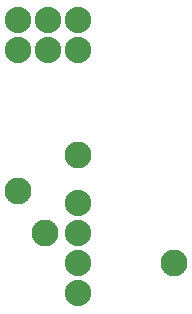
<source format=gbs>
G04 MADE WITH FRITZING*
G04 WWW.FRITZING.ORG*
G04 DOUBLE SIDED*
G04 HOLES PLATED*
G04 CONTOUR ON CENTER OF CONTOUR VECTOR*
%ASAXBY*%
%FSLAX23Y23*%
%MOIN*%
%OFA0B0*%
%SFA1.0B1.0*%
%ADD10C,0.088000*%
%ADD11C,0.089370*%
%LNMASK0*%
G90*
G70*
G54D10*
X102Y878D03*
X202Y878D03*
X302Y878D03*
X102Y878D03*
X202Y878D03*
X302Y878D03*
X302Y978D03*
X202Y978D03*
X102Y978D03*
X302Y68D03*
X302Y168D03*
X302Y268D03*
X302Y368D03*
G54D11*
X302Y528D03*
X192Y268D03*
X102Y408D03*
X622Y168D03*
G04 End of Mask0*
M02*
</source>
